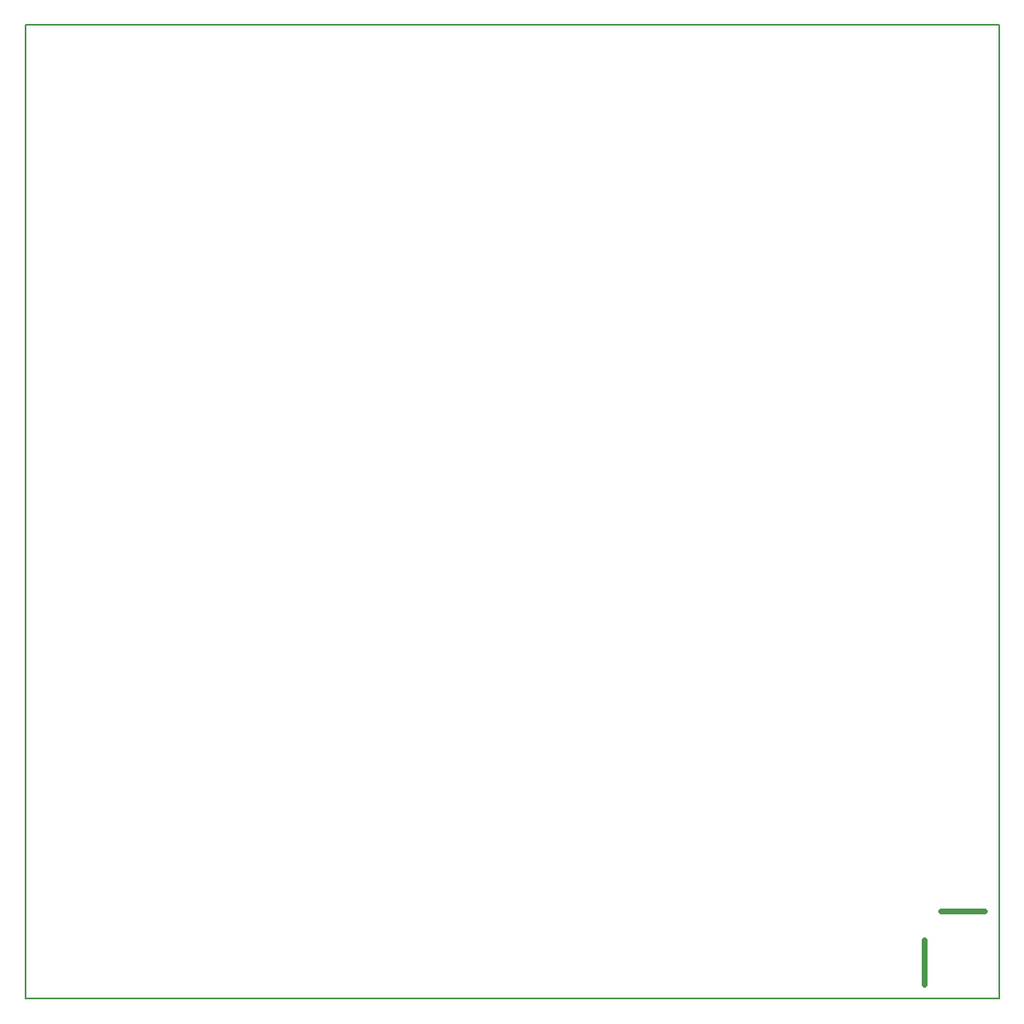
<source format=gko>
G04 start of page 4 for group 2 idx 4 *
G04 Title: roomunit, outline *
G04 Creator: pcb 1.99z *
G04 CreationDate: mån  6 apr 2015 21:39:44 UTC *
G04 For: jonatan *
G04 Format: Gerber/RS-274X *
G04 PCB-Dimensions (mm): 100.00 100.00 *
G04 PCB-Coordinate-Origin: lower left *
%MOMM*%
%FSLAX43Y43*%
%LNOUTLINE*%
%ADD85C,0.600*%
%ADD84C,0.200*%
G54D84*X0Y100000D02*Y0D01*
X100000D01*
Y100000D01*
X0D01*
G54D85*X94000Y9000D02*X98500D01*
X92300Y1500D02*Y6000D01*
M02*

</source>
